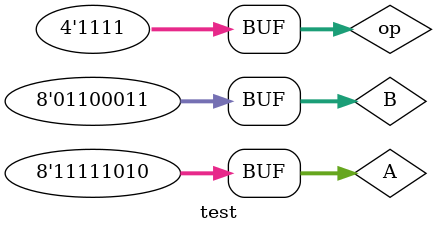
<source format=v>
`timescale 1ns / 1ps


module test;
    reg [3:0] op;
    reg [7:0] A, B;
    wire [7:0] out;
    wire Z, C, P, S;
    alu a( .A(A), .B(B), .D(op), .out(out), .flagz(Z), .flagp(P), .flagc(C), .flags(S));
    initial begin
        $monitor("op = %d, A = %d, B = %d, out = %d, Z = %d, C = %d, P = %d, S = %d", op, A, B, out, Z, C, P, S);
        #10
        op = 4'b0000;
        A = 8'b11111010;
        B = 8'b01100011;
        #10 
        op = 4'b0001;
        A = 8'b11111010;
        B = 8'b01100011;
        #10 
        op = 4'b0010;
        A = 8'b11111010;
        B = 8'b01100011;
        #10 
        op = 4'b0011;
        A = 8'b11111010;
        B = 8'b01100011;
        #10 
        op = 4'b0100;
        A = 8'b11111010;
        B = 8'b01100011;
        #10 
        op = 4'b0101;
        A = 8'b11111010;
        B = 8'b01100011;
        #10 
        op = 4'b0110;
        A = 8'b11111010;
        B = 8'b01100011;
        #10 
        op = 4'b0111;
        A = 8'b11111010;
        B = 8'b01100011;
        #10 
        op = 4'b1000;
        A = 8'b11111010;
        B = 8'b01100011;
        #10 
        op = 4'b1001;
        A = 8'b11111010;
        B = 8'b01100011;
        #10 
        op = 4'b1010;
        A = 8'b11111010;
        B = 8'b01100011;
        #10 
        op = 4'b1011;
        A = 8'b11111010;
        B = 8'b01100011;
        #10 
        op = 4'b1100;
        A = 8'b11111010;
        B = 8'b01100011;
        #10 
        op = 4'b1101;
        A = 8'b11111010;
        B = 8'b01100011;
        #10 
        op = 4'b1110;
        A = 8'b11111010;
        B = 8'b01100011; 
        #10 
        op = 4'b1111;
        A = 8'b11111010;
        B = 8'b01100011; 
    end
endmodule

</source>
